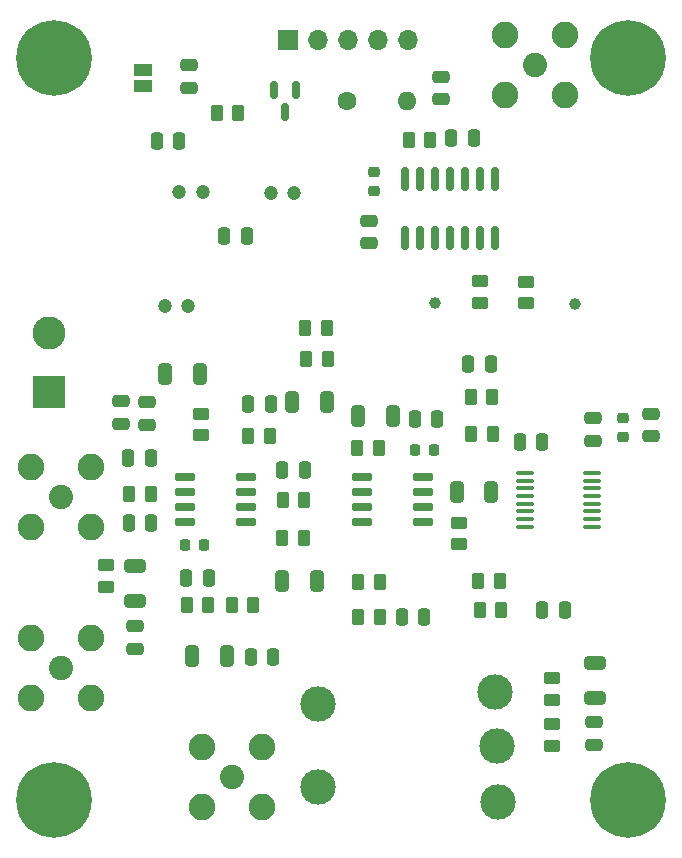
<source format=gbr>
%TF.GenerationSoftware,KiCad,Pcbnew,(6.0.0)*%
%TF.CreationDate,2022-06-28T23:59:44+02:00*%
%TF.ProjectId,sdrt41-tx,73647274-3431-42d7-9478-2e6b69636164,rev?*%
%TF.SameCoordinates,Original*%
%TF.FileFunction,Soldermask,Top*%
%TF.FilePolarity,Negative*%
%FSLAX46Y46*%
G04 Gerber Fmt 4.6, Leading zero omitted, Abs format (unit mm)*
G04 Created by KiCad (PCBNEW (6.0.0)) date 2022-06-28 23:59:44*
%MOMM*%
%LPD*%
G01*
G04 APERTURE LIST*
G04 Aperture macros list*
%AMRoundRect*
0 Rectangle with rounded corners*
0 $1 Rounding radius*
0 $2 $3 $4 $5 $6 $7 $8 $9 X,Y pos of 4 corners*
0 Add a 4 corners polygon primitive as box body*
4,1,4,$2,$3,$4,$5,$6,$7,$8,$9,$2,$3,0*
0 Add four circle primitives for the rounded corners*
1,1,$1+$1,$2,$3*
1,1,$1+$1,$4,$5*
1,1,$1+$1,$6,$7*
1,1,$1+$1,$8,$9*
0 Add four rect primitives between the rounded corners*
20,1,$1+$1,$2,$3,$4,$5,0*
20,1,$1+$1,$4,$5,$6,$7,0*
20,1,$1+$1,$6,$7,$8,$9,0*
20,1,$1+$1,$8,$9,$2,$3,0*%
G04 Aperture macros list end*
%ADD10RoundRect,0.250000X-0.262500X-0.450000X0.262500X-0.450000X0.262500X0.450000X-0.262500X0.450000X0*%
%ADD11RoundRect,0.250000X-0.325000X-0.650000X0.325000X-0.650000X0.325000X0.650000X-0.325000X0.650000X0*%
%ADD12RoundRect,0.250000X0.450000X-0.262500X0.450000X0.262500X-0.450000X0.262500X-0.450000X-0.262500X0*%
%ADD13R,2.800000X2.800000*%
%ADD14C,2.800000*%
%ADD15RoundRect,0.250000X0.250000X0.475000X-0.250000X0.475000X-0.250000X-0.475000X0.250000X-0.475000X0*%
%ADD16RoundRect,0.250000X0.475000X-0.250000X0.475000X0.250000X-0.475000X0.250000X-0.475000X-0.250000X0*%
%ADD17RoundRect,0.250000X0.262500X0.450000X-0.262500X0.450000X-0.262500X-0.450000X0.262500X-0.450000X0*%
%ADD18RoundRect,0.250000X-0.475000X0.250000X-0.475000X-0.250000X0.475000X-0.250000X0.475000X0.250000X0*%
%ADD19RoundRect,0.250000X0.650000X-0.325000X0.650000X0.325000X-0.650000X0.325000X-0.650000X-0.325000X0*%
%ADD20C,1.200000*%
%ADD21RoundRect,0.100000X-0.637500X-0.100000X0.637500X-0.100000X0.637500X0.100000X-0.637500X0.100000X0*%
%ADD22C,6.400000*%
%ADD23C,0.800000*%
%ADD24RoundRect,0.218750X-0.218750X-0.256250X0.218750X-0.256250X0.218750X0.256250X-0.218750X0.256250X0*%
%ADD25C,2.050000*%
%ADD26C,2.250000*%
%ADD27R,1.700000X1.700000*%
%ADD28O,1.700000X1.700000*%
%ADD29RoundRect,0.150000X-0.725000X-0.150000X0.725000X-0.150000X0.725000X0.150000X-0.725000X0.150000X0*%
%ADD30RoundRect,0.250000X-0.250000X-0.475000X0.250000X-0.475000X0.250000X0.475000X-0.250000X0.475000X0*%
%ADD31RoundRect,0.150000X-0.150000X0.587500X-0.150000X-0.587500X0.150000X-0.587500X0.150000X0.587500X0*%
%ADD32RoundRect,0.250000X-0.450000X0.262500X-0.450000X-0.262500X0.450000X-0.262500X0.450000X0.262500X0*%
%ADD33C,1.000000*%
%ADD34RoundRect,0.218750X-0.256250X0.218750X-0.256250X-0.218750X0.256250X-0.218750X0.256250X0.218750X0*%
%ADD35RoundRect,0.250000X-0.650000X0.325000X-0.650000X-0.325000X0.650000X-0.325000X0.650000X0.325000X0*%
%ADD36RoundRect,0.218750X0.218750X0.256250X-0.218750X0.256250X-0.218750X-0.256250X0.218750X-0.256250X0*%
%ADD37C,1.600000*%
%ADD38O,1.600000X1.600000*%
%ADD39R,1.500000X1.000000*%
%ADD40RoundRect,0.218750X0.256250X-0.218750X0.256250X0.218750X-0.256250X0.218750X-0.256250X-0.218750X0*%
%ADD41RoundRect,0.150000X0.725000X0.150000X-0.725000X0.150000X-0.725000X-0.150000X0.725000X-0.150000X0*%
%ADD42C,3.000000*%
%ADD43RoundRect,0.150000X0.150000X-0.825000X0.150000X0.825000X-0.150000X0.825000X-0.150000X-0.825000X0*%
G04 APERTURE END LIST*
D10*
%TO.C,R23*%
X113641500Y-60452000D03*
X115466500Y-60452000D03*
%TD*%
D11*
%TO.C,C19*%
X103775000Y-82650000D03*
X106725000Y-82650000D03*
%TD*%
D12*
%TO.C,R9*%
X117850000Y-94712500D03*
X117850000Y-92887500D03*
%TD*%
D13*
%TO.C,J6*%
X83190400Y-81849600D03*
D14*
X83190400Y-76849600D03*
%TD*%
D15*
%TO.C,C24*%
X124950000Y-86050000D03*
X123050000Y-86050000D03*
%TD*%
D16*
%TO.C,C2*%
X116332000Y-57058600D03*
X116332000Y-55158600D03*
%TD*%
D17*
%TO.C,R14*%
X106762500Y-79050000D03*
X104937500Y-79050000D03*
%TD*%
D11*
%TO.C,C21*%
X102919000Y-97790000D03*
X105869000Y-97790000D03*
%TD*%
D18*
%TO.C,C29*%
X129260600Y-84063800D03*
X129260600Y-85963800D03*
%TD*%
D15*
%TO.C,C23*%
X126850000Y-100250000D03*
X124950000Y-100250000D03*
%TD*%
D12*
%TO.C,R21*%
X125800000Y-111760000D03*
X125800000Y-109935000D03*
%TD*%
D11*
%TO.C,C17*%
X95275000Y-104150000D03*
X98225000Y-104150000D03*
%TD*%
D19*
%TO.C,C7*%
X90424000Y-99519000D03*
X90424000Y-96569000D03*
%TD*%
D20*
%TO.C,C33*%
X92980000Y-74574400D03*
X94980000Y-74574400D03*
%TD*%
D21*
%TO.C,U5*%
X123437500Y-88675000D03*
X123437500Y-89325000D03*
X123437500Y-89975000D03*
X123437500Y-90625000D03*
X123437500Y-91275000D03*
X123437500Y-91925000D03*
X123437500Y-92575000D03*
X123437500Y-93225000D03*
X129162500Y-93225000D03*
X129162500Y-92575000D03*
X129162500Y-91925000D03*
X129162500Y-91275000D03*
X129162500Y-90625000D03*
X129162500Y-89975000D03*
X129162500Y-89325000D03*
X129162500Y-88675000D03*
%TD*%
D16*
%TO.C,C5*%
X90424000Y-103566000D03*
X90424000Y-101666000D03*
%TD*%
D20*
%TO.C,C11*%
X101950000Y-65000000D03*
X103950000Y-65000000D03*
%TD*%
D10*
%TO.C,R3*%
X100037500Y-85550000D03*
X101862500Y-85550000D03*
%TD*%
D16*
%TO.C,C4*%
X91500000Y-84600000D03*
X91500000Y-82700000D03*
%TD*%
D10*
%TO.C,R12*%
X119500000Y-97800000D03*
X121325000Y-97800000D03*
%TD*%
%TO.C,R11*%
X119637500Y-100250000D03*
X121462500Y-100250000D03*
%TD*%
D22*
%TO.C,H1*%
X83600000Y-116350000D03*
D23*
X81902944Y-114652944D03*
X83600000Y-118750000D03*
X81200000Y-116350000D03*
X86000000Y-116350000D03*
X83600000Y-113950000D03*
X85297056Y-118047056D03*
X85297056Y-114652944D03*
X81902944Y-118047056D03*
%TD*%
D24*
%TO.C,L3*%
X114162500Y-86750000D03*
X115737500Y-86750000D03*
%TD*%
D23*
%TO.C,H4*%
X81902944Y-51877944D03*
X83600000Y-51175000D03*
X85297056Y-51877944D03*
X83600000Y-55975000D03*
X81200000Y-53575000D03*
X81902944Y-55272056D03*
X86000000Y-53575000D03*
X85297056Y-55272056D03*
D22*
X83600000Y-53575000D03*
%TD*%
D11*
%TO.C,C22*%
X117675000Y-90250000D03*
X120625000Y-90250000D03*
%TD*%
D25*
%TO.C,J1*%
X84226400Y-90728800D03*
D26*
X81686400Y-88188800D03*
X86766400Y-93268800D03*
X81686400Y-93268800D03*
X86766400Y-88188800D03*
%TD*%
D15*
%TO.C,C15*%
X102150000Y-104300000D03*
X100250000Y-104300000D03*
%TD*%
D10*
%TO.C,R15*%
X118887500Y-82250000D03*
X120712500Y-82250000D03*
%TD*%
D15*
%TO.C,C8*%
X94218800Y-60553600D03*
X92318800Y-60553600D03*
%TD*%
D27*
%TO.C,J3*%
X103425000Y-52050000D03*
D28*
X105965000Y-52050000D03*
X108505000Y-52050000D03*
X111045000Y-52050000D03*
X113585000Y-52050000D03*
%TD*%
D29*
%TO.C,U3*%
X109675000Y-88995000D03*
X109675000Y-90265000D03*
X109675000Y-91535000D03*
X109675000Y-92805000D03*
X114825000Y-92805000D03*
X114825000Y-91535000D03*
X114825000Y-90265000D03*
X114825000Y-88995000D03*
%TD*%
D18*
%TO.C,C27*%
X134112000Y-83682800D03*
X134112000Y-85582800D03*
%TD*%
D30*
%TO.C,C16*%
X114150000Y-84100000D03*
X116050000Y-84100000D03*
%TD*%
D31*
%TO.C,Q1*%
X104115000Y-56262500D03*
X102215000Y-56262500D03*
X103165000Y-58137500D03*
%TD*%
D10*
%TO.C,R7*%
X102923500Y-94182000D03*
X104748500Y-94182000D03*
%TD*%
D32*
%TO.C,R1*%
X96012000Y-83669500D03*
X96012000Y-85494500D03*
%TD*%
D10*
%TO.C,R5*%
X94845500Y-99822000D03*
X96670500Y-99822000D03*
%TD*%
D12*
%TO.C,R4k1*%
X123600000Y-74312500D03*
X123600000Y-72487500D03*
%TD*%
D25*
%TO.C,J4*%
X98700000Y-114400000D03*
D26*
X101240000Y-116940000D03*
X96160000Y-116940000D03*
X96160000Y-111860000D03*
X101240000Y-111860000D03*
%TD*%
D11*
%TO.C,C20*%
X109325000Y-83850000D03*
X112275000Y-83850000D03*
%TD*%
D10*
%TO.C,R17*%
X109337500Y-97900000D03*
X111162500Y-97900000D03*
%TD*%
D33*
%TO.C,TP1*%
X127750000Y-74350000D03*
%TD*%
D34*
%TO.C,L5*%
X131775200Y-84048500D03*
X131775200Y-85623500D03*
%TD*%
D30*
%TO.C,C10*%
X89900000Y-87450000D03*
X91800000Y-87450000D03*
%TD*%
D15*
%TO.C,C9*%
X104836000Y-88432000D03*
X102936000Y-88432000D03*
%TD*%
D10*
%TO.C,R4*%
X89987500Y-90450000D03*
X91812500Y-90450000D03*
%TD*%
D12*
%TO.C,R2*%
X87985600Y-98296100D03*
X87985600Y-96471100D03*
%TD*%
D35*
%TO.C,C31*%
X129400000Y-104775000D03*
X129400000Y-107725000D03*
%TD*%
D30*
%TO.C,C25*%
X118684000Y-79450000D03*
X120584000Y-79450000D03*
%TD*%
D36*
%TO.C,L2*%
X96291500Y-94742000D03*
X94716500Y-94742000D03*
%TD*%
D10*
%TO.C,R18*%
X109337500Y-100850000D03*
X111162500Y-100850000D03*
%TD*%
D15*
%TO.C,C13*%
X91850000Y-92900000D03*
X89950000Y-92900000D03*
%TD*%
D10*
%TO.C,R6*%
X102973500Y-90932000D03*
X104798500Y-90932000D03*
%TD*%
D25*
%TO.C,J2*%
X84175600Y-105206800D03*
D26*
X81635600Y-102666800D03*
X86715600Y-107746800D03*
X81635600Y-107746800D03*
X86715600Y-102666800D03*
%TD*%
D37*
%TO.C,L1*%
X108395000Y-57200000D03*
D38*
X113475000Y-57200000D03*
%TD*%
D10*
%TO.C,R10*%
X109287500Y-86600000D03*
X111112500Y-86600000D03*
%TD*%
%TO.C,R16*%
X118937500Y-85400000D03*
X120762500Y-85400000D03*
%TD*%
D17*
%TO.C,R19*%
X99212500Y-58200000D03*
X97387500Y-58200000D03*
%TD*%
D39*
%TO.C,JP1*%
X91150000Y-55900000D03*
X91150000Y-54600000D03*
%TD*%
D22*
%TO.C,H2*%
X132200000Y-53575000D03*
D23*
X129800000Y-53575000D03*
X130502944Y-55272056D03*
X132200000Y-51175000D03*
X130502944Y-51877944D03*
X132200000Y-55975000D03*
X134600000Y-53575000D03*
X133897056Y-55272056D03*
X133897056Y-51877944D03*
%TD*%
%TO.C,H3*%
X132200000Y-118750000D03*
X129800000Y-116350000D03*
X132200000Y-113950000D03*
X133897056Y-114652944D03*
D22*
X132200000Y-116350000D03*
D23*
X134600000Y-116350000D03*
X133897056Y-118047056D03*
X130502944Y-118047056D03*
X130502944Y-114652944D03*
%TD*%
D33*
%TO.C,TP2*%
X115824000Y-74269600D03*
%TD*%
D18*
%TO.C,C30*%
X129286000Y-109794000D03*
X129286000Y-111694000D03*
%TD*%
D40*
%TO.C,L4*%
X110650000Y-64795500D03*
X110650000Y-63220500D03*
%TD*%
D17*
%TO.C,R8*%
X100470500Y-99872000D03*
X98645500Y-99872000D03*
%TD*%
D15*
%TO.C,C14*%
X96708000Y-97536000D03*
X94808000Y-97536000D03*
%TD*%
D30*
%TO.C,C32*%
X117250000Y-60300000D03*
X119150000Y-60300000D03*
%TD*%
D41*
%TO.C,U2*%
X99857000Y-92805000D03*
X99857000Y-91535000D03*
X99857000Y-90265000D03*
X99857000Y-88995000D03*
X94707000Y-88995000D03*
X94707000Y-90265000D03*
X94707000Y-91535000D03*
X94707000Y-92805000D03*
%TD*%
D25*
%TO.C,J5*%
X124350000Y-54150000D03*
D26*
X126890000Y-51610000D03*
X121810000Y-51610000D03*
X121810000Y-56690000D03*
X126890000Y-56690000D03*
%TD*%
D18*
%TO.C,C18*%
X110300000Y-67350000D03*
X110300000Y-69250000D03*
%TD*%
%TO.C,C28*%
X94996000Y-54168000D03*
X94996000Y-56068000D03*
%TD*%
D42*
%TO.C,T1*%
X105947500Y-108250000D03*
X105947500Y-115250000D03*
X121227500Y-116540000D03*
X121107500Y-111810000D03*
X120917500Y-107210000D03*
%TD*%
D15*
%TO.C,C26*%
X114930000Y-100838000D03*
X113030000Y-100838000D03*
%TD*%
D16*
%TO.C,C34*%
X89306400Y-84516000D03*
X89306400Y-82616000D03*
%TD*%
D15*
%TO.C,C3*%
X99923600Y-68580000D03*
X98023600Y-68580000D03*
%TD*%
D12*
%TO.C,R22*%
X119650000Y-74262500D03*
X119650000Y-72437500D03*
%TD*%
%TO.C,R20*%
X125780800Y-107897300D03*
X125780800Y-106072300D03*
%TD*%
D20*
%TO.C,C1*%
X94200000Y-64900000D03*
X96200000Y-64900000D03*
%TD*%
D11*
%TO.C,C6*%
X93013000Y-80264000D03*
X95963000Y-80264000D03*
%TD*%
D15*
%TO.C,C12*%
X101950000Y-82850000D03*
X100050000Y-82850000D03*
%TD*%
D43*
%TO.C,U4*%
X113290000Y-68775000D03*
X114560000Y-68775000D03*
X115830000Y-68775000D03*
X117100000Y-68775000D03*
X118370000Y-68775000D03*
X119640000Y-68775000D03*
X120910000Y-68775000D03*
X120910000Y-63825000D03*
X119640000Y-63825000D03*
X118370000Y-63825000D03*
X117100000Y-63825000D03*
X115830000Y-63825000D03*
X114560000Y-63825000D03*
X113290000Y-63825000D03*
%TD*%
D17*
%TO.C,R13*%
X106712500Y-76400000D03*
X104887500Y-76400000D03*
%TD*%
M02*

</source>
